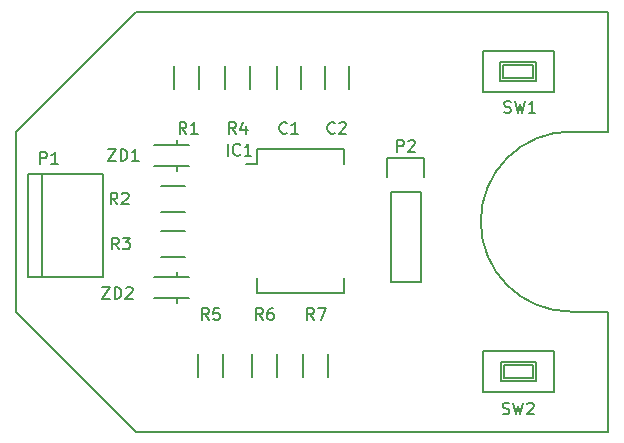
<source format=gbr>
G04 #@! TF.FileFunction,Legend,Top*
%FSLAX46Y46*%
G04 Gerber Fmt 4.6, Leading zero omitted, Abs format (unit mm)*
G04 Created by KiCad (PCBNEW 4.0.2-stable) date 2016-11-20 00:38:07*
%MOMM*%
G01*
G04 APERTURE LIST*
%ADD10C,0.100000*%
%ADD11C,0.200000*%
%ADD12C,0.150000*%
G04 APERTURE END LIST*
D10*
D11*
X152095200Y-124612400D02*
X152095200Y-125018800D01*
X152095200Y-122783600D02*
X152095200Y-122377200D01*
X152095200Y-113461800D02*
X152095200Y-113868200D01*
X152120600Y-111607600D02*
X152120600Y-111201200D01*
D12*
X185420000Y-125730000D02*
X188595000Y-125730000D01*
X188595000Y-110490000D02*
X185420000Y-110490000D01*
X185420000Y-110490000D02*
G75*
G03X177800000Y-118110000I0J-7620000D01*
G01*
X138430000Y-125730000D02*
X138430000Y-124460000D01*
X148590000Y-135890000D02*
X138430000Y-125730000D01*
X149860000Y-135890000D02*
X148590000Y-135890000D01*
X149860000Y-135890000D02*
X188595000Y-135890000D01*
X148590000Y-100330000D02*
X188595000Y-100330000D01*
X138430000Y-110490000D02*
X148590000Y-100330000D01*
X177800000Y-118110000D02*
G75*
G03X185420000Y-125730000I7620000J0D01*
G01*
X138430000Y-124460000D02*
X138430000Y-113030000D01*
X188595000Y-125730000D02*
X188595000Y-135890000D01*
X188595000Y-100330000D02*
X188595000Y-110490000D01*
X138430000Y-113030000D02*
X138430000Y-110490000D01*
X139438540Y-114076600D02*
X139438540Y-122776600D01*
X145843540Y-114076600D02*
X145843540Y-122776600D01*
X145843540Y-122776600D02*
X139438540Y-122776600D01*
X140668540Y-122776600D02*
X140668540Y-114076600D01*
X139438540Y-114076600D02*
X145843540Y-114076600D01*
X158859600Y-111979600D02*
X158859600Y-113249600D01*
X166209600Y-111979600D02*
X166209600Y-113249600D01*
X166209600Y-124189600D02*
X166209600Y-122919600D01*
X158859600Y-124189600D02*
X158859600Y-122919600D01*
X158859600Y-111979600D02*
X166209600Y-111979600D01*
X158859600Y-124189600D02*
X166209600Y-124189600D01*
X158859600Y-113249600D02*
X157924600Y-113249600D01*
X162569000Y-106918000D02*
X162569000Y-104918000D01*
X160519000Y-104918000D02*
X160519000Y-106918000D01*
X166633000Y-106918000D02*
X166633000Y-104918000D01*
X164583000Y-104918000D02*
X164583000Y-106918000D01*
X153130000Y-111622000D02*
X150130000Y-111622000D01*
X153130000Y-113422000D02*
X150130000Y-113422000D01*
X153130000Y-122798000D02*
X150130000Y-122798000D01*
X153130000Y-124598000D02*
X150130000Y-124598000D01*
X151833000Y-106918000D02*
X151833000Y-104918000D01*
X153983000Y-104918000D02*
X153983000Y-106918000D01*
X150765000Y-115130000D02*
X152765000Y-115130000D01*
X152765000Y-117280000D02*
X150765000Y-117280000D01*
X150765000Y-118940000D02*
X152765000Y-118940000D01*
X152765000Y-121090000D02*
X150765000Y-121090000D01*
X156151000Y-106918000D02*
X156151000Y-104918000D01*
X158301000Y-104918000D02*
X158301000Y-106918000D01*
X153865000Y-131302000D02*
X153865000Y-129302000D01*
X156015000Y-129302000D02*
X156015000Y-131302000D01*
X158437000Y-131302000D02*
X158437000Y-129302000D01*
X160587000Y-129302000D02*
X160587000Y-131302000D01*
X164905000Y-129302000D02*
X164905000Y-131302000D01*
X162755000Y-131302000D02*
X162755000Y-129302000D01*
X182214890Y-105960220D02*
X179714890Y-105960220D01*
X179714890Y-105960220D02*
X179714890Y-104860220D01*
X179714890Y-104860220D02*
X182214890Y-104860220D01*
X182214890Y-104860220D02*
X182214890Y-105960220D01*
X182464890Y-104610220D02*
X179464890Y-104610220D01*
X182464890Y-106210220D02*
X179464890Y-106210220D01*
X179464890Y-106210220D02*
X179464890Y-104610220D01*
X182464890Y-106210220D02*
X182464890Y-104610220D01*
X183964890Y-103660220D02*
X177964890Y-103660220D01*
X183964890Y-107160220D02*
X177964890Y-107160220D01*
X183964890Y-107160220D02*
X183964890Y-103660220D01*
X177964890Y-107160220D02*
X177964890Y-103660220D01*
X179735110Y-130259780D02*
X182235110Y-130259780D01*
X182235110Y-130259780D02*
X182235110Y-131359780D01*
X182235110Y-131359780D02*
X179735110Y-131359780D01*
X179735110Y-131359780D02*
X179735110Y-130259780D01*
X179485110Y-131609780D02*
X182485110Y-131609780D01*
X179485110Y-130009780D02*
X182485110Y-130009780D01*
X182485110Y-130009780D02*
X182485110Y-131609780D01*
X179485110Y-130009780D02*
X179485110Y-131609780D01*
X177985110Y-132559780D02*
X183985110Y-132559780D01*
X177985110Y-129059780D02*
X183985110Y-129059780D01*
X177985110Y-129059780D02*
X177985110Y-132559780D01*
X183985110Y-129059780D02*
X183985110Y-132559780D01*
X172720000Y-115570000D02*
X172720000Y-123190000D01*
X170180000Y-115570000D02*
X170180000Y-123190000D01*
X169900000Y-112750000D02*
X169900000Y-114300000D01*
X172720000Y-123190000D02*
X170180000Y-123190000D01*
X170180000Y-115570000D02*
X172720000Y-115570000D01*
X173000000Y-114300000D02*
X173000000Y-112750000D01*
X173000000Y-112750000D02*
X169900000Y-112750000D01*
X140485905Y-113228381D02*
X140485905Y-112228381D01*
X140866858Y-112228381D01*
X140962096Y-112276000D01*
X141009715Y-112323619D01*
X141057334Y-112418857D01*
X141057334Y-112561714D01*
X141009715Y-112656952D01*
X140962096Y-112704571D01*
X140866858Y-112752190D01*
X140485905Y-112752190D01*
X142009715Y-113228381D02*
X141438286Y-113228381D01*
X141724000Y-113228381D02*
X141724000Y-112228381D01*
X141628762Y-112371238D01*
X141533524Y-112466476D01*
X141438286Y-112514095D01*
X156376810Y-112517181D02*
X156376810Y-111517181D01*
X157424429Y-112421943D02*
X157376810Y-112469562D01*
X157233953Y-112517181D01*
X157138715Y-112517181D01*
X156995857Y-112469562D01*
X156900619Y-112374324D01*
X156853000Y-112279086D01*
X156805381Y-112088610D01*
X156805381Y-111945752D01*
X156853000Y-111755276D01*
X156900619Y-111660038D01*
X156995857Y-111564800D01*
X157138715Y-111517181D01*
X157233953Y-111517181D01*
X157376810Y-111564800D01*
X157424429Y-111612419D01*
X158376810Y-112517181D02*
X157805381Y-112517181D01*
X158091095Y-112517181D02*
X158091095Y-111517181D01*
X157995857Y-111660038D01*
X157900619Y-111755276D01*
X157805381Y-111802895D01*
X161377334Y-110593143D02*
X161329715Y-110640762D01*
X161186858Y-110688381D01*
X161091620Y-110688381D01*
X160948762Y-110640762D01*
X160853524Y-110545524D01*
X160805905Y-110450286D01*
X160758286Y-110259810D01*
X160758286Y-110116952D01*
X160805905Y-109926476D01*
X160853524Y-109831238D01*
X160948762Y-109736000D01*
X161091620Y-109688381D01*
X161186858Y-109688381D01*
X161329715Y-109736000D01*
X161377334Y-109783619D01*
X162329715Y-110688381D02*
X161758286Y-110688381D01*
X162044000Y-110688381D02*
X162044000Y-109688381D01*
X161948762Y-109831238D01*
X161853524Y-109926476D01*
X161758286Y-109974095D01*
X165441334Y-110593143D02*
X165393715Y-110640762D01*
X165250858Y-110688381D01*
X165155620Y-110688381D01*
X165012762Y-110640762D01*
X164917524Y-110545524D01*
X164869905Y-110450286D01*
X164822286Y-110259810D01*
X164822286Y-110116952D01*
X164869905Y-109926476D01*
X164917524Y-109831238D01*
X165012762Y-109736000D01*
X165155620Y-109688381D01*
X165250858Y-109688381D01*
X165393715Y-109736000D01*
X165441334Y-109783619D01*
X165822286Y-109783619D02*
X165869905Y-109736000D01*
X165965143Y-109688381D01*
X166203239Y-109688381D01*
X166298477Y-109736000D01*
X166346096Y-109783619D01*
X166393715Y-109878857D01*
X166393715Y-109974095D01*
X166346096Y-110116952D01*
X165774667Y-110688381D01*
X166393715Y-110688381D01*
X146264476Y-111974381D02*
X146931143Y-111974381D01*
X146264476Y-112974381D01*
X146931143Y-112974381D01*
X147312095Y-112974381D02*
X147312095Y-111974381D01*
X147550190Y-111974381D01*
X147693048Y-112022000D01*
X147788286Y-112117238D01*
X147835905Y-112212476D01*
X147883524Y-112402952D01*
X147883524Y-112545810D01*
X147835905Y-112736286D01*
X147788286Y-112831524D01*
X147693048Y-112926762D01*
X147550190Y-112974381D01*
X147312095Y-112974381D01*
X148835905Y-112974381D02*
X148264476Y-112974381D01*
X148550190Y-112974381D02*
X148550190Y-111974381D01*
X148454952Y-112117238D01*
X148359714Y-112212476D01*
X148264476Y-112260095D01*
X145756476Y-123658381D02*
X146423143Y-123658381D01*
X145756476Y-124658381D01*
X146423143Y-124658381D01*
X146804095Y-124658381D02*
X146804095Y-123658381D01*
X147042190Y-123658381D01*
X147185048Y-123706000D01*
X147280286Y-123801238D01*
X147327905Y-123896476D01*
X147375524Y-124086952D01*
X147375524Y-124229810D01*
X147327905Y-124420286D01*
X147280286Y-124515524D01*
X147185048Y-124610762D01*
X147042190Y-124658381D01*
X146804095Y-124658381D01*
X147756476Y-123753619D02*
X147804095Y-123706000D01*
X147899333Y-123658381D01*
X148137429Y-123658381D01*
X148232667Y-123706000D01*
X148280286Y-123753619D01*
X148327905Y-123848857D01*
X148327905Y-123944095D01*
X148280286Y-124086952D01*
X147708857Y-124658381D01*
X148327905Y-124658381D01*
X152868334Y-110688381D02*
X152535000Y-110212190D01*
X152296905Y-110688381D02*
X152296905Y-109688381D01*
X152677858Y-109688381D01*
X152773096Y-109736000D01*
X152820715Y-109783619D01*
X152868334Y-109878857D01*
X152868334Y-110021714D01*
X152820715Y-110116952D01*
X152773096Y-110164571D01*
X152677858Y-110212190D01*
X152296905Y-110212190D01*
X153820715Y-110688381D02*
X153249286Y-110688381D01*
X153535000Y-110688381D02*
X153535000Y-109688381D01*
X153439762Y-109831238D01*
X153344524Y-109926476D01*
X153249286Y-109974095D01*
X147026334Y-116657381D02*
X146693000Y-116181190D01*
X146454905Y-116657381D02*
X146454905Y-115657381D01*
X146835858Y-115657381D01*
X146931096Y-115705000D01*
X146978715Y-115752619D01*
X147026334Y-115847857D01*
X147026334Y-115990714D01*
X146978715Y-116085952D01*
X146931096Y-116133571D01*
X146835858Y-116181190D01*
X146454905Y-116181190D01*
X147407286Y-115752619D02*
X147454905Y-115705000D01*
X147550143Y-115657381D01*
X147788239Y-115657381D01*
X147883477Y-115705000D01*
X147931096Y-115752619D01*
X147978715Y-115847857D01*
X147978715Y-115943095D01*
X147931096Y-116085952D01*
X147359667Y-116657381D01*
X147978715Y-116657381D01*
X147153334Y-120467381D02*
X146820000Y-119991190D01*
X146581905Y-120467381D02*
X146581905Y-119467381D01*
X146962858Y-119467381D01*
X147058096Y-119515000D01*
X147105715Y-119562619D01*
X147153334Y-119657857D01*
X147153334Y-119800714D01*
X147105715Y-119895952D01*
X147058096Y-119943571D01*
X146962858Y-119991190D01*
X146581905Y-119991190D01*
X147486667Y-119467381D02*
X148105715Y-119467381D01*
X147772381Y-119848333D01*
X147915239Y-119848333D01*
X148010477Y-119895952D01*
X148058096Y-119943571D01*
X148105715Y-120038810D01*
X148105715Y-120276905D01*
X148058096Y-120372143D01*
X148010477Y-120419762D01*
X147915239Y-120467381D01*
X147629524Y-120467381D01*
X147534286Y-120419762D01*
X147486667Y-120372143D01*
X157059334Y-110688381D02*
X156726000Y-110212190D01*
X156487905Y-110688381D02*
X156487905Y-109688381D01*
X156868858Y-109688381D01*
X156964096Y-109736000D01*
X157011715Y-109783619D01*
X157059334Y-109878857D01*
X157059334Y-110021714D01*
X157011715Y-110116952D01*
X156964096Y-110164571D01*
X156868858Y-110212190D01*
X156487905Y-110212190D01*
X157916477Y-110021714D02*
X157916477Y-110688381D01*
X157678381Y-109640762D02*
X157440286Y-110355048D01*
X158059334Y-110355048D01*
X154773334Y-126436381D02*
X154440000Y-125960190D01*
X154201905Y-126436381D02*
X154201905Y-125436381D01*
X154582858Y-125436381D01*
X154678096Y-125484000D01*
X154725715Y-125531619D01*
X154773334Y-125626857D01*
X154773334Y-125769714D01*
X154725715Y-125864952D01*
X154678096Y-125912571D01*
X154582858Y-125960190D01*
X154201905Y-125960190D01*
X155678096Y-125436381D02*
X155201905Y-125436381D01*
X155154286Y-125912571D01*
X155201905Y-125864952D01*
X155297143Y-125817333D01*
X155535239Y-125817333D01*
X155630477Y-125864952D01*
X155678096Y-125912571D01*
X155725715Y-126007810D01*
X155725715Y-126245905D01*
X155678096Y-126341143D01*
X155630477Y-126388762D01*
X155535239Y-126436381D01*
X155297143Y-126436381D01*
X155201905Y-126388762D01*
X155154286Y-126341143D01*
X159345334Y-126436381D02*
X159012000Y-125960190D01*
X158773905Y-126436381D02*
X158773905Y-125436381D01*
X159154858Y-125436381D01*
X159250096Y-125484000D01*
X159297715Y-125531619D01*
X159345334Y-125626857D01*
X159345334Y-125769714D01*
X159297715Y-125864952D01*
X159250096Y-125912571D01*
X159154858Y-125960190D01*
X158773905Y-125960190D01*
X160202477Y-125436381D02*
X160012000Y-125436381D01*
X159916762Y-125484000D01*
X159869143Y-125531619D01*
X159773905Y-125674476D01*
X159726286Y-125864952D01*
X159726286Y-126245905D01*
X159773905Y-126341143D01*
X159821524Y-126388762D01*
X159916762Y-126436381D01*
X160107239Y-126436381D01*
X160202477Y-126388762D01*
X160250096Y-126341143D01*
X160297715Y-126245905D01*
X160297715Y-126007810D01*
X160250096Y-125912571D01*
X160202477Y-125864952D01*
X160107239Y-125817333D01*
X159916762Y-125817333D01*
X159821524Y-125864952D01*
X159773905Y-125912571D01*
X159726286Y-126007810D01*
X163663334Y-126436381D02*
X163330000Y-125960190D01*
X163091905Y-126436381D02*
X163091905Y-125436381D01*
X163472858Y-125436381D01*
X163568096Y-125484000D01*
X163615715Y-125531619D01*
X163663334Y-125626857D01*
X163663334Y-125769714D01*
X163615715Y-125864952D01*
X163568096Y-125912571D01*
X163472858Y-125960190D01*
X163091905Y-125960190D01*
X163996667Y-125436381D02*
X164663334Y-125436381D01*
X164234762Y-126436381D01*
X179768667Y-108862762D02*
X179911524Y-108910381D01*
X180149620Y-108910381D01*
X180244858Y-108862762D01*
X180292477Y-108815143D01*
X180340096Y-108719905D01*
X180340096Y-108624667D01*
X180292477Y-108529429D01*
X180244858Y-108481810D01*
X180149620Y-108434190D01*
X179959143Y-108386571D01*
X179863905Y-108338952D01*
X179816286Y-108291333D01*
X179768667Y-108196095D01*
X179768667Y-108100857D01*
X179816286Y-108005619D01*
X179863905Y-107958000D01*
X179959143Y-107910381D01*
X180197239Y-107910381D01*
X180340096Y-107958000D01*
X180673429Y-107910381D02*
X180911524Y-108910381D01*
X181102001Y-108196095D01*
X181292477Y-108910381D01*
X181530572Y-107910381D01*
X182435334Y-108910381D02*
X181863905Y-108910381D01*
X182149619Y-108910381D02*
X182149619Y-107910381D01*
X182054381Y-108053238D01*
X181959143Y-108148476D01*
X181863905Y-108196095D01*
X179641667Y-134389762D02*
X179784524Y-134437381D01*
X180022620Y-134437381D01*
X180117858Y-134389762D01*
X180165477Y-134342143D01*
X180213096Y-134246905D01*
X180213096Y-134151667D01*
X180165477Y-134056429D01*
X180117858Y-134008810D01*
X180022620Y-133961190D01*
X179832143Y-133913571D01*
X179736905Y-133865952D01*
X179689286Y-133818333D01*
X179641667Y-133723095D01*
X179641667Y-133627857D01*
X179689286Y-133532619D01*
X179736905Y-133485000D01*
X179832143Y-133437381D01*
X180070239Y-133437381D01*
X180213096Y-133485000D01*
X180546429Y-133437381D02*
X180784524Y-134437381D01*
X180975001Y-133723095D01*
X181165477Y-134437381D01*
X181403572Y-133437381D01*
X181736905Y-133532619D02*
X181784524Y-133485000D01*
X181879762Y-133437381D01*
X182117858Y-133437381D01*
X182213096Y-133485000D01*
X182260715Y-133532619D01*
X182308334Y-133627857D01*
X182308334Y-133723095D01*
X182260715Y-133865952D01*
X181689286Y-134437381D01*
X182308334Y-134437381D01*
X170711905Y-112212381D02*
X170711905Y-111212381D01*
X171092858Y-111212381D01*
X171188096Y-111260000D01*
X171235715Y-111307619D01*
X171283334Y-111402857D01*
X171283334Y-111545714D01*
X171235715Y-111640952D01*
X171188096Y-111688571D01*
X171092858Y-111736190D01*
X170711905Y-111736190D01*
X171664286Y-111307619D02*
X171711905Y-111260000D01*
X171807143Y-111212381D01*
X172045239Y-111212381D01*
X172140477Y-111260000D01*
X172188096Y-111307619D01*
X172235715Y-111402857D01*
X172235715Y-111498095D01*
X172188096Y-111640952D01*
X171616667Y-112212381D01*
X172235715Y-112212381D01*
M02*

</source>
